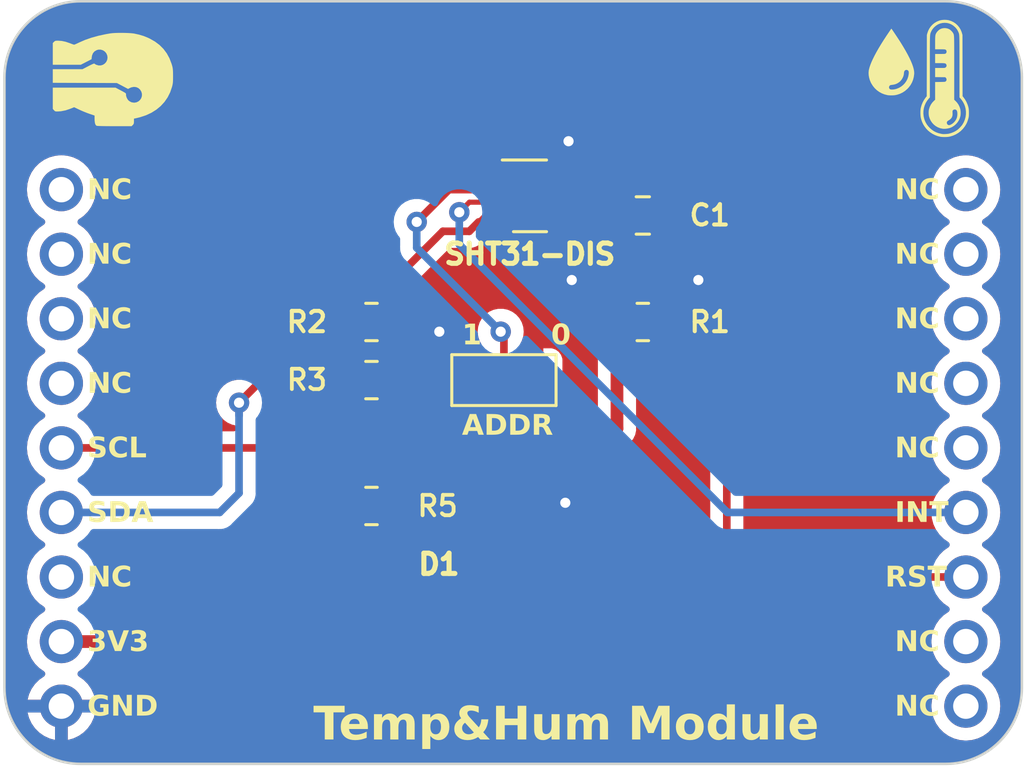
<source format=kicad_pcb>
(kicad_pcb (version 20221018) (generator pcbnew)
  (layers (0 "F.Cu" signal) (31 "B.Cu" signal) (34 "B.Paste" user) (35 "F.Paste" user) (36 "B.SilkS" user "B.Silkscreen") (37 "F.SilkS" user "F.Silkscreen") (38 "B.Mask" user) (39 "F.Mask" user) (44 "Edge.Cuts" user))
  (net 0 "")
  (net 1 "GND")
  (net 2 "RESET")
  (net 3 "SDA")
  (net 4 "SCL")
  (net 5 "INT")
  (net 8 "+3V3")
  (net 9 "Net-(D1-A)")
  (net 20 "ADDR")
  (footprint "Resistor_SMD:R_0805_2012Metric" (layer "F.Cu") (at 126.365 103.251 180)
    (fp_text reference "R2" (at 2.54 0) (layer "F.SilkS") (effects (font (size 0.8 0.8) (thickness 0.16) bold)))
    (fp_text value "10k" hide)
    (fp_line (start -0.227064 -0.735) (end 0.227064 -0.735) (stroke (width 0.12)) (layer "F.SilkS"))
    (fp_line (start -0.227064 0.735) (end 0.227064 0.735) (stroke (width 0.12)) (layer "F.SilkS"))
    (pad "1" smd roundrect (at -0.9125 0 180) (size 1.025 1.4) (layers "F.Cu" "F.Paste" "F.Mask") (roundrect_rratio 0.243902439) (net 8 "+3V3"))
    (pad "2" smd roundrect (at 0.9125 0 180) (size 1.025 1.4) (layers "F.Cu" "F.Paste" "F.Mask") (roundrect_rratio 0.243902439) (net 3 "SDA"))
  )
  (footprint "memin:AC" (layer "F.Cu") (at 116.205 93.7)
    (fp_text reference "G***" hide)
    (fp_text value "LOGO" hide)
    (fp_poly (pts (xy 0.465358 -1.821723) (xy 0.590367 -1.817459) (xy 0.702304 -1.810694) (xy 0.793938 -1.801489) (xy 0.833016 -1.795417) (xy 1.021471 -1.754263) (xy 1.191409 -1.703247) (xy 1.355371 -1.638288) (xy 1.445336 -1.596225) (xy 1.648931 -1.480805) (xy 1.827619 -1.346111) (xy 1.981822 -1.191629) (xy 2.111962 -1.016845) (xy 2.21846 -0.821245) (xy 2.30174 -0.604314) (xy 2.325219 -0.524218) (xy 2.337981 -0.472034) (xy 2.347094 -0.419678) (xy 2.353134 -0.360293) (xy 2.356676 -0.28702) (xy 2.358295 -0.193002) (xy 2.35858 -0.126368) (xy 2.358269 -0.021253) (xy 2.356561 0.059626) (xy 2.352767 0.123617) (xy 2.346201 0.178067) (xy 2.336174 0.230324) (xy 2.321998 0.287737) (xy 2.318653 0.300306) (xy 2.245226 0.515743) (xy 2.145577 0.714314) (xy 2.020793 0.895033) (xy 1.871962 1.056916) (xy 1.700172 1.198978) (xy 1.506509 1.320233) (xy 1.292062 1.419697) (xy 1.057918 1.496385) (xy 0.975405 1.51678) (xy 0.821393 1.551905) (xy 0.821393 1.653847) (xy 0.819853 1.711921) (xy 0.812921 1.749577) (xy 0.797133 1.77793) (xy 0.77522 1.801962) (xy 0.729047 1.848135) (xy 0.052552 1.847654) (xy -0.142614 1.847107) (xy -0.306248 1.845764) (xy -0.438396 1.843624) (xy -0.539107 1.840685) (xy -0.608431 1.836947) (xy -0.646414 1.832409) (xy -0.653066 1.830245) (xy -0.688765 1.792565) (xy -0.712601 1.72747) (xy -0.724804 1.634142) (xy -0.726642 1.568263) (xy -0.726667 1.42954) (xy -0.926383 1.361944) (xy -1.022673 1.327037) (xy -1.132754 1.28349) (xy -1.242334 1.237132) (xy -1.32818 1.198077) (xy -1.530262 1.101806) (xy -1.674118 1.160049) (xy -1.863324 1.224306) (xy -2.044717 1.260213) (xy -2.161274 1.268803) (xy -2.221628 1.269493) (xy -2.260009 1.266058) (xy -2.286009 1.255605) (xy -2.309223 1.235241) (xy -2.323183 1.219994) (xy -2.369403 1.168407) (xy -2.369403 0.750062) (xy -2.369403 0.331717) (xy -1.135986 0.331717) (xy 0.09743 0.331717) (xy 0.307139 0.442397) (xy 0.3881 0.485555) (xy 0.444874 0.517358) (xy 0.481447 0.54074) (xy 0.501806 0.558635) (xy 0.509937 0.573978) (xy 0.509829 0.589705) (xy 0.509527 0.591366) (xy 0.51118 0.644491) (xy 0.529704 0.709319) (xy 0.56054 0.774344) (xy 0.59913 0.828058) (xy 0.606178 0.835281) (xy 0.654713 0.871452) (xy 0.714296 0.901882) (xy 0.736141 0.909699) (xy 0.829895 0.923592) (xy 0.917558 0.910107) (xy 0.995431 0.873333) (xy 1.059814 0.81736) (xy 1.107008 0.746275) (xy 1.133313 0.664168) (xy 1.135029 0.575128) (xy 1.112866 0.493334) (xy 1.062233 0.408975) (xy 0.99317 0.347772) (xy 0.910351 0.311331) (xy 0.818446 0.301259) (xy 0.722129 0.319161) (xy 0.669888 0.341045) (xy 0.58901 0.381965) (xy 0.369536 0.266014) (xy 0.150062 0.150062) (xy -1.10967 0.145748) (xy -2.369403 0.141433) (xy -2.369403 -0.126734) (xy -2.369403 -0.3949) (xy -1.785168 -0.3949) (xy -1.200933 -0.3949) (xy -0.9727 -0.513524) (xy -0.874688 -0.563042) (xy -0.801895 -0.596643) (xy -0.754854 -0.614099) (xy -0.734104 -0.615185) (xy -0.733593 -0.614553) (xy -0.713429 -0.597695) (xy -0.675473 -0.575973) (xy -0.657535 -0.567359) (xy -0.566404 -0.541229) (xy -0.47774 -0.543101) (xy -0.39571 -0.56943) (xy -0.32448 -0.61667) (xy -0.268217 -0.681279) (xy -0.231088 -0.759709) (xy -0.21726 -0.848418) (xy -0.227859 -0.932883) (xy -0.265149 -1.019548) (xy -0.32426 -1.088868) (xy -0.399492 -1.137945) (xy -0.485147 -1.163882) (xy -0.575525 -1.16378) (xy -0.643979 -1.144457) (xy -0.728824 -1.094319) (xy -0.78926 -1.024593) (xy -0.825904 -0.9344) (xy -0.836598 -0.871414) (xy -0.845087 -0.787169) (xy -1.057305 -0.677913) (xy -1.269523 -0.568656) (xy -1.819463 -0.568656) (xy -2.369403 -0.568656) (xy -2.369403 -0.996364) (xy -2.369403 -1.424072) (xy -2.32323 -1.470245) (xy -2.296501 -1.494348) (xy -2.270104 -1.508174) (xy -2.234212 -1.514511) (xy -2.178996 -1.516143) (xy -2.161321 -1.516143) (xy -2.014194 -1.505503) (xy -1.862888 -1.473206) (xy -1.699967 -1.417644) (xy -1.692314 -1.4146) (xy -1.629207 -1.390221) (xy -1.575796 -1.371186) (xy -1.539755 -1.360153) (xy -1.530212 -1.358457) (xy -1.508392 -1.365118) (xy -1.464499 -1.383308) (xy -1.40467 -1.410338) (xy -1.335043 -1.443521) (xy -1.326822 -1.447542) (xy -1.103058 -1.54532) (xy -0.85271 -1.632645) (xy -0.579355 -1.708477) (xy -0.286564 -1.771779) (xy -0.102674 -1.803371) (xy -0.020772 -1.812536) (xy 0.084213 -1.818892) (xy 0.20505 -1.822501) (xy 0.334509 -1.823424)) (fill solid) (layer "F.SilkS"))
  )
  (footprint "Resistor_SMD:R_0805_2012Metric" (layer "F.Cu") (at 126.365 110.49 180)
    (fp_text reference "R5" (at -2.6 0) (layer "F.SilkS") (effects (font (size 0.8 0.8))))
    (fp_text value "470r" hide)
    (fp_line (start -0.227064 -0.735) (end 0.227064 -0.735) (stroke (width 0.12)) (layer "F.SilkS"))
    (fp_line (start -0.227064 0.735) (end 0.227064 0.735) (stroke (width 0.12)) (layer "F.SilkS"))
    (pad "1" smd roundrect (at -0.9125 0 180) (size 1.025 1.4) (layers "F.Cu" "F.Paste" "F.Mask") (roundrect_rratio 0.243902439) (net 9 "Net-(D1-A)"))
    (pad "2" smd roundrect (at 0.9125 0 180) (size 1.025 1.4) (layers "F.Cu" "F.Paste" "F.Mask") (roundrect_rratio 0.243902439) (net 8 "+3V3"))
  )
  (footprint "Resistor_SMD:R_0805_2012Metric" (layer "F.Cu") (at 126.365 105.537 180)
    (fp_text reference "R3" (at 2.54 0.01) (layer "F.SilkS") (effects (font (size 0.8 0.8))))
    (fp_text value "10k" hide)
    (fp_line (start -0.227064 -0.735) (end 0.227064 -0.735) (stroke (width 0.12)) (layer "F.SilkS"))
    (fp_line (start -0.227064 0.735) (end 0.227064 0.735) (stroke (width 0.12)) (layer "F.SilkS"))
    (pad "1" smd roundrect (at -0.9125 0 180) (size 1.025 1.4) (layers "F.Cu" "F.Paste" "F.Mask") (roundrect_rratio 0.243902439) (net 8 "+3V3"))
    (pad "2" smd roundrect (at 0.9125 0 180) (size 1.025 1.4) (layers "F.Cu" "F.Paste" "F.Mask") (roundrect_rratio 0.243902439) (net 4 "SCL"))
  )
  (footprint "Sensor_Humidity:Sensirion_DFN-8-1EP_2.5x2.5mm_P0.5mm_EP1.1x1.7mm" (layer "F.Cu") (at 132.597 98.288)
    (fp_text reference "U1" hide)
    (fp_text value "SHT31-DIS" (at -0.009 2.296) (layer "F.SilkS") (effects (font (size 0.8 0.8) (thickness 0.2) bold)))
    (fp_line (start -1.09 -1.41) (end 0.65 -1.41) (stroke (width 0.12)) (layer "F.SilkS"))
    (fp_line (start -0.65 1.41) (end 0.65 1.41) (stroke (width 0.12)) (layer "F.SilkS"))
    (pad "1" smd rect (at -1.175 -0.75) (size 0.55 0.25) (layers "F.Cu" "F.Paste" "F.Mask") (net 3 "SDA"))
    (pad "2" smd rect (at -1.175 -0.25) (size 0.55 0.25) (layers "F.Cu" "F.Paste" "F.Mask") (net 20 "ADDR"))
    (pad "3" smd rect (at -1.175 0.25) (size 0.55 0.25) (layers "F.Cu" "F.Paste" "F.Mask") (net 5 "INT"))
    (pad "4" smd rect (at -1.175 0.75 180) (size 0.55 0.25) (layers "F.Cu" "F.Paste" "F.Mask") (net 4 "SCL"))
    (pad "5" smd rect (at 1.175 0.75) (size 0.55 0.25) (layers "F.Cu" "F.Paste" "F.Mask") (net 8 "+3V3"))
    (pad "6" smd rect (at 1.175 0.25) (size 0.55 0.25) (layers "F.Cu" "F.Paste" "F.Mask") (net 2 "RESET"))
    (pad "7" smd rect (at 1.175 -0.25) (size 0.55 0.25) (layers "F.Cu" "F.Paste" "F.Mask") (net 1 "GND"))
    (pad "8" smd rect (at 1.175 -0.75) (size 0.55 0.25) (layers "F.Cu" "F.Paste" "F.Mask") (net 1 "GND"))
    (pad "9" smd custom (at 0 0) (size 1 1) (layers "F.Cu" "F.Mask") (net 1 "GND") (options (clearance outline) (anchor circle)) (primitives (gr_poly (pts (xy 0.5 0.85) (xy -0.5 0.85) (xy -0.5 -0.55) (xy -0.2 -0.85) (xy 0.5 -0.85)) (width 0) (fill yes))))
  )
  (footprint "Resistor_SMD:R_0805_2012Metric" (layer "F.Cu") (at 137.033 103.251)
    (fp_text reference "R1" (at 2.632 0) (layer "F.SilkS") (effects (font (size 0.8 0.8) (thickness 0.16) bold)))
    (fp_text value "10k" hide)
    (fp_line (start -0.227064 -0.735) (end 0.227064 -0.735) (stroke (width 0.12)) (layer "F.SilkS"))
    (fp_line (start -0.227064 0.735) (end 0.227064 0.735) (stroke (width 0.12)) (layer "F.SilkS"))
    (pad "1" smd roundrect (at -0.9125 0) (size 1.025 1.4) (layers "F.Cu" "F.Paste" "F.Mask") (roundrect_rratio 0.243902439) (net 8 "+3V3"))
    (pad "2" smd roundrect (at 0.9125 0) (size 1.025 1.4) (layers "F.Cu" "F.Paste" "F.Mask") (roundrect_rratio 0.243902439) (net 2 "RESET"))
  )
  (footprint "Capacitor_SMD:C_0805_2012Metric" (layer "F.Cu") (at 137.033 99.06)
    (fp_text reference "C1" (at 2.632 -0.006) (layer "F.SilkS") (effects (font (size 0.8 0.8) (thickness 0.16) bold)))
    (fp_text value "0.1uF" hide)
    (fp_line (start -0.261252 -0.735) (end 0.261252 -0.735) (stroke (width 0.12)) (layer "F.SilkS"))
    (fp_line (start -0.261252 0.735) (end 0.261252 0.735) (stroke (width 0.12)) (layer "F.SilkS"))
    (pad "1" smd roundrect (at -0.95 0) (size 1 1.45) (layers "F.Cu" "F.Paste" "F.Mask") (net 8 "+3V3"))
    (pad "2" smd roundrect (at 0.95 0) (size 1 1.45) (layers "F.Cu" "F.Paste" "F.Mask") (net 1 "GND"))
  )
  (footprint "Moduler_:pin_header" (layer "F.Cu") (at 131.953 118.364)
    (fp_text reference "U3" hide)
    (fp_text value "~")
    (fp_text user "NC" (at -16.764 -19.812 unlocked) (layer "F.SilkS") (effects (font (size 0.8 0.8) (thickness 0.2) bold) (justify left bottom)))
    (fp_text user "RST" (at 14.605 -4.572 unlocked) (layer "F.SilkS") (effects (font (size 0.8 0.8) (thickness 0.2) bold) (justify left bottom)))
    (fp_text user "SCL" (at -16.764 -9.652 unlocked) (layer "F.SilkS") (effects (font (size 0.8 0.8) (thickness 0.2) bold) (justify left bottom)))
    (fp_text user "NC" (at -16.764 -14.732 unlocked) (layer "F.SilkS") (effects (font (size 0.8 0.8) (thickness 0.2) bold) (justify left bottom)))
    (fp_text user "NC" (at 14.986 -19.812 unlocked) (layer "F.SilkS") (effects (font (size 0.8 0.8) (thickness 0.2) bold) (justify left bottom)))
    (fp_text user "NC" (at 14.986 -12.192 unlocked) (layer "F.SilkS") (effects (font (size 0.8 0.8) (thickness 0.2) bold) (justify left bottom)))
    (fp_text user "NC" (at 14.986 -17.272 unlocked) (layer "F.SilkS") (effects (font (size 0.8 0.8) (thickness 0.2) bold) (justify left bottom)))
    (fp_text user "NC" (at -16.764 -4.572 unlocked) (layer "F.SilkS") (effects (font (size 0.8 0.8) (thickness 0.2) bold) (justify left bottom)))
    (fp_text user "INT" (at 14.986 -7.112 unlocked) (layer "F.SilkS") (effects (font (size 0.8 0.8) (thickness 0.2) bold) (justify left bottom)))
    (fp_text user "NC" (at -16.764 -12.192 unlocked) (layer "F.SilkS") (effects (font (size 0.8 0.8) (thickness 0.2) bold) (justify left bottom)))
    (fp_text user "GND" (at -16.764 0.508 unlocked) (layer "F.SilkS") (effects (font (size 0.8 0.8) (thickness 0.2) bold) (justify left bottom)))
    (fp_text user "3V3" (at -16.764 -2.032 unlocked) (layer "F.SilkS") (effects (font (size 0.8 0.8) (thickness 0.2) bold) (justify left bottom)))
    (fp_text user "NC" (at 14.986 0.508 unlocked) (layer "F.SilkS") (effects (font (size 0.8 0.8) (thickness 0.2) bold) (justify left bottom)))
    (fp_text user "SDA" (at -16.764 -7.112 unlocked) (layer "F.SilkS") (effects (font (size 0.8 0.8) (thickness 0.2) bold) (justify left bottom)))
    (fp_text user "NC" (at 14.986 -2.032 unlocked) (layer "F.SilkS") (effects (font (size 0.8 0.8) (thickness 0.2) bold) (justify left bottom)))
    (fp_text user "NC" (at 14.986 -9.652 unlocked) (layer "F.SilkS") (effects (font (size 0.8 0.8) (thickness 0.2) bold) (justify left bottom)))
    (fp_text user "NC" (at -16.764 -17.272 unlocked) (layer "F.SilkS") (effects (font (size 0.8 0.8) (thickness 0.2) bold) (justify left bottom)))
    (fp_text user "NC" (at 14.986 -14.732 unlocked) (layer "F.SilkS") (effects (font (size 0.8 0.8) (thickness 0.2) bold) (justify left bottom)))
    (pad "1" thru_hole oval (at -17.78 -20.32) (size 1.7 1.7) (drill 1) (layers "*.Cu" "*.Mask"))
    (pad "2" thru_hole oval (at -17.78 -17.78) (size 1.7 1.7) (drill 1) (layers "*.Cu" "*.Mask"))
    (pad "3" thru_hole oval (at -17.78 -15.24) (size 1.7 1.7) (drill 1) (layers "*.Cu" "*.Mask"))
    (pad "4" thru_hole oval (at -17.78 -12.7) (size 1.7 1.7) (drill 1) (layers "*.Cu" "*.Mask"))
    (pad "5" thru_hole oval (at -17.78 -10.16) (size 1.7 1.7) (drill 1) (layers "*.Cu" "*.Mask") (net 4 "SCL"))
    (pad "6" thru_hole oval (at -17.78 -7.62) (size 1.7 1.7) (drill 1) (layers "*.Cu" "*.Mask") (net 3 "SDA"))
    (pad "7" thru_hole oval (at -17.78 -5.08) (size 1.7 1.7) (drill 1) (layers "*.Cu" "*.Mask"))
    (pad "8" thru_hole oval (at -17.78 -2.54) (size 1.7 1.7) (drill 1) (layers "*.Cu" "*.Mask") (net 8 "+3V3"))
    (pad "9" thru_hole oval (at -17.78 0) (size 1.7 1.7) (drill 1) (layers "*.Cu" "*.Mask") (net 1 "GND"))
    (pad "10" thru_hole oval (at 17.78 0) (size 1.7 1.7) (drill 1) (layers "*.Cu" "*.Mask"))
    (pad "11" thru_hole oval (at 17.78 -2.54) (size 1.7 1.7) (drill 1) (layers "*.Cu" "*.Mask"))
    (pad "12" thru_hole oval (at 17.78 -5.08) (size 1.7 1.7) (drill 1) (layers "*.Cu" "*.Mask") (net 2 "RESET"))
    (pad "13" thru_hole oval (at 17.78 -7.62) (size 1.7 1.7) (drill 1) (layers "*.Cu" "*.Mask") (net 5 "INT"))
    (pad "14" thru_hole oval (at 17.78 -10.16) (size 1.7 1.7) (drill 1) (layers "*.Cu" "*.Mask"))
    (pad "15" thru_hole oval (at 17.78 -12.7) (size 1.7 1.7) (drill 1) (layers "*.Cu" "*.Mask"))
    (pad "16" thru_hole oval (at 17.78 -15.24) (size 1.7 1.7) (drill 1) (layers "*.Cu" "*.Mask"))
    (pad "17" thru_hole oval (at 17.78 -17.78) (size 1.7 1.7) (drill 1) (layers "*.Cu" "*.Mask"))
    (pad "18" thru_hole oval (at 17.78 -20.32) (size 1.7 1.7) (drill 1) (layers "*.Cu" "*.Mask"))
  )
  (footprint "memin:SHT_31" (layer "F.Cu") (at 147.828 93.472)
    (fp_text reference "G***" hide)
    (fp_text value "LOGO" hide)
    (fp_poly (pts (xy -1.009769 -1.745052) (xy -0.99695 -1.727502) (xy -0.977017 -1.698934) (xy -0.951185 -1.661181) (xy -0.920674 -1.616075) (xy -0.886699 -1.565447) (xy -0.850479 -1.511132) (xy -0.813231 -1.454959) (xy -0.776173 -1.398763) (xy -0.740521 -1.344375) (xy -0.707493 -1.293627) (xy -0.678307 -1.248351) (xy -0.654179 -1.210381) (xy -0.648627 -1.201517) (xy -0.548326 -1.03739) (xy -0.458864 -0.883842) (xy -0.380168 -0.740703) (xy -0.312166 -0.607807) (xy -0.254787 -0.484983) (xy -0.207957 -0.372064) (xy -0.171604 -0.268881) (xy -0.145657 -0.175265) (xy -0.130042 -0.091048) (xy -0.124689 -0.016062) (xy -0.125853 0.018233) (xy -0.141781 0.139333) (xy -0.171154 0.253118) (xy -0.214026 0.35971) (xy -0.270452 0.459229) (xy -0.340487 0.551798) (xy -0.394762 0.609706) (xy -0.483662 0.68676) (xy -0.580112 0.750539) (xy -0.683639 0.800798) (xy -0.793769 0.837293) (xy -0.868251 0.853446) (xy -0.919923 0.859925) (xy -0.980335 0.863489) (xy -1.044065 0.864131) (xy -1.105693 0.861845) (xy -1.159798 0.856625) (xy -1.17746 0.853833) (xy -1.291634 0.825561) (xy -1.399583 0.78363) (xy -1.50035 0.728761) (xy -1.592982 0.661675) (xy -1.676523 0.583093) (xy -1.70971 0.542743) (xy -1.116451 0.542743) (xy -1.11207 0.575746) (xy -1.095875 0.604868) (xy -1.076492 0.62171) (xy -1.051464 0.630803) (xy -1.015143 0.634953) (xy -0.970668 0.634355) (xy -0.921175 0.629201) (xy -0.869801 0.619683) (xy -0.819683 0.605996) (xy -0.819355 0.60589) (xy -0.724989 0.567512) (xy -0.638601 0.516904) (xy -0.561157 0.455268) (xy -0.49362 0.383808) (xy -0.436959 0.303728) (xy -0.392136 0.216231) (xy -0.360119 0.122522) (xy -0.341873 0.023803) (xy -0.340398 0.008806) (xy -0.338594 -0.038842) (xy -0.342553 -0.073439) (xy -0.344234 -0.079329) (xy -0.361766 -0.109635) (xy -0.389498 -0.13058) (xy -0.423964 -0.13972) (xy -0.43016 -0.139924) (xy -0.465561 -0.133036) (xy -0.494248 -0.113441) (xy -0.514959 -0.082745) (xy -0.526432 -0.042552) (xy -0.528357 -0.01501) (xy -0.535189 0.050341) (xy -0.554521 0.118173) (xy -0.584664 0.18521) (xy -0.623927 0.248175) (xy -0.670621 0.303791) (xy -0.711624 0.340355) (xy -0.777819 0.384829) (xy -0.846355 0.417239) (xy -0.920918 0.439006) (xy -0.9983 0.450883) (xy -1.032143 0.454799) (xy -1.054807 0.459205) (xy -1.070405 0.465428) (xy -1.08305 0.474797) (xy -1.088508 0.480029) (xy -1.108703 0.509592) (xy -1.116451 0.542743) (xy -1.70971 0.542743) (xy -1.750018 0.493736) (xy -1.812513 0.394324) (xy -1.829461 0.361665) (xy -1.869879 0.26612) (xy -1.898692 0.167583) (xy -1.915511 0.068564) (xy -1.919947 -0.028426) (xy -1.911612 -0.120878) (xy -1.907527 -0.142796) (xy -1.884415 -0.233597) (xy -1.850582 -0.334858) (xy -1.806197 -0.446267) (xy -1.751425 -0.567514) (xy -1.686435 -0.698286) (xy -1.611393 -0.838273) (xy -1.526467 -0.987162) (xy -1.431823 -1.144643) (xy -1.327628 -1.310403) (xy -1.214049 -1.484132) (xy -1.091254 -1.665519) (xy -1.089219 -1.668476) (xy -1.02393 -1.763332)) (fill solid) (layer "F.SilkS"))
    (fp_poly (pts (xy 1.134845 -2.106789) (xy 1.208663 -2.097478) (xy 1.235168 -2.091796) (xy 1.333408 -2.060085) (xy 1.424567 -2.015304) (xy 1.50763 -1.958446) (xy 1.581583 -1.890504) (xy 1.645412 -1.812472) (xy 1.698101 -1.725342) (xy 1.738636 -1.630107) (xy 1.752442 -1.585594) (xy 1.772679 -1.512361) (xy 1.774796 -0.307144) (xy 1.776913 0.898073) (xy 1.806213 0.933374) (xy 1.873486 1.025429) (xy 1.930477 1.126173) (xy 1.974901 1.231456) (xy 1.982008 1.252481) (xy 1.997919 1.304585) (xy 2.009539 1.351014) (xy 2.017469 1.396037) (xy 2.022312 1.443923) (xy 2.024671 1.498942) (xy 2.025167 1.558305) (xy 2.02483 1.608787) (xy 2.02378 1.647829) (xy 2.021626 1.679305) (xy 2.017981 1.707086) (xy 2.012456 1.735045) (xy 2.004661 1.767054) (xy 2.003913 1.769962) (xy 1.979835 1.853166) (xy 1.952413 1.926349) (xy 1.919283 1.994777) (xy 1.878079 2.063713) (xy 1.85928 2.091917) (xy 1.787219 2.184032) (xy 1.704017 2.2666) (xy 1.611252 2.338603) (xy 1.510504 2.399028) (xy 1.403349 2.446856) (xy 1.291365 2.481074) (xy 1.237567 2.492156) (xy 1.187989 2.498365) (xy 1.128679 2.501992) (xy 1.064721 2.503044) (xy 1.001198 2.501529) (xy 0.943192 2.497452) (xy 0.900502 2.491707) (xy 0.795095 2.465648) (xy 0.691301 2.426503) (xy 0.591602 2.375722) (xy 0.498476 2.314758) (xy 0.414403 2.24506) (xy 0.341863 2.168081) (xy 0.3367 2.161736) (xy 0.273951 2.07714) (xy 0.223507 1.993585) (xy 0.183282 1.90688) (xy 0.151189 1.812829) (xy 0.137415 1.76123) (xy 0.128019 1.710184) (xy 0.121639 1.648595) (xy 0.118394 1.582338) (xy 0.23479 1.582338) (xy 0.24575 1.689954) (xy 0.271005 1.795532) (xy 0.281332 1.826319) (xy 0.320993 1.920186) (xy 0.370074 2.005141) (xy 0.430644 2.084349) (xy 0.492534 2.149355) (xy 0.570389 2.217185) (xy 0.651003 2.272559) (xy 0.736724 2.316582) (xy 0.8299 2.350362) (xy 0.932877 2.375006) (xy 0.991649 2.384659) (xy 1.018262 2.386468) (xy 1.05561 2.386449) (xy 1.099251 2.384856) (xy 1.144749 2.381941) (xy 1.187662 2.377957) (xy 1.223552 2.373157) (xy 1.23669 2.370701) (xy 1.324845 2.346619) (xy 1.412145 2.312995) (xy 1.494095 2.27185) (xy 1.566203 2.225209) (xy 1.575483 2.218181) (xy 1.612765 2.186689) (xy 1.653706 2.147761) (xy 1.694558 2.105327) (xy 1.731574 2.063319) (xy 1.761009 2.025668) (xy 1.766502 2.017757) (xy 1.822335 1.921363) (xy 1.864615 1.819104) (xy 1.893122 1.712591) (xy 1.907636 1.603433) (xy 1.907936 1.49324) (xy 1.893802 1.383622) (xy 1.867187 1.282635) (xy 1.834582 1.201914) (xy 1.791199 1.120509) (xy 1.740272 1.04392) (xy 1.692833 0.986019) (xy 1.654024 0.943556) (xy 1.653892 -0.265258) (xy 1.653879 -0.427563) (xy 1.653863 -0.575294) (xy 1.653823 -0.70919) (xy 1.653735 -0.829993) (xy 1.653578 -0.938442) (xy 1.653329 -1.035278) (xy 1.652966 -1.121241) (xy 1.652468 -1.197073) (xy 1.651811 -1.263513) (xy 1.650974 -1.321301) (xy 1.649935 -1.371179) (xy 1.648671 -1.413886) (xy 1.64716 -1.450164) (xy 1.64538 -1.480751) (xy 1.643309 -1.50639) (xy 1.640925 -1.52782) (xy 1.638204 -1.545781) (xy 1.635127 -1.561015) (xy 1.631669 -1.574261) (xy 1.627809 -1.58626) (xy 1.623525 -1.597752) (xy 1.618794 -1.609478) (xy 1.613595 -1.622178) (xy 1.613212 -1.623124) (xy 1.584346 -1.685172) (xy 1.549838 -1.740047) (xy 1.506202 -1.792924) (xy 1.481588 -1.818519) (xy 1.408585 -1.881687) (xy 1.330273 -1.93049) (xy 1.246641 -1.964932) (xy 1.157681 -1.985018) (xy 1.074468 -1.990823) (xy 0.980075 -1.983852) (xy 0.891062 -1.962545) (xy 0.807492 -1.926928) (xy 0.729428 -1.877028) (xy 0.662518 -1.818519) (xy 0.613396 -1.764795) (xy 0.575039 -1.711502) (xy 0.543959 -1.653465) (xy 0.530894 -1.623124) (xy 0.525661 -1.610328) (xy 0.520898 -1.598558) (xy 0.516583 -1.587073) (xy 0.512694 -1.575134) (xy 0.509209 -1.562) (xy 0.506105 -1.54693) (xy 0.503361 -1.529184) (xy 0.500953 -1.508021) (xy 0.498861 -1.482702) (xy 0.497061 -1.452486) (xy 0.495532 -1.416631) (xy 0.494252 -1.374399) (xy 0.493197 -1.325048) (xy 0.492347 -1.267839) (xy 0.491678 -1.20203) (xy 0.49117 -1.126881) (xy 0.490798 -1.041652) (xy 0.490542 -0.945602) (xy 0.490379 -0.837992) (xy 0.490287 -0.71808) (xy 0.490244 -0.585126) (xy 0.490228 -0.43839) (xy 0.490215 -0.277131) (xy 0.490214 -0.265258) (xy 0.490081 0.943556) (xy 0.450476 0.986746) (xy 0.382693 1.071755) (xy 0.327198 1.164677) (xy 0.284327 1.263855) (xy 0.254412 1.36763) (xy 0.237788 1.474344) (xy 0.23479 1.582338) (xy 0.118394 1.582338) (xy 0.118326 1.580944) (xy 0.118131 1.511712) (xy 0.121104 1.445382) (xy 0.127297 1.386436) (xy 0.132815 1.355381) (xy 0.163815 1.24545) (xy 0.207956 1.138003) (xy 0.263551 1.036621) (xy 0.323086 0.952129) (xy 0.367194 0.896624) (xy 0.369484 -0.307868) (xy 0.371775 -1.512361) (xy 0.38882 -1.576055) (xy 0.422718 -1.674637) (xy 0.469172 -1.765921) (xy 0.527111 -1.848842) (xy 0.595466 -1.922337) (xy 0.673164 -1.985341) (xy 0.759135 -2.03679) (xy 0.852309 -2.075619) (xy 0.907416 -2.091499) (xy 0.978156 -2.103794) (xy 1.055987 -2.108892)) (fill solid) (layer "F.SilkS"))
    (fp_poly (pts (xy 1.120302 -1.780719) (xy 1.191557 -1.765083) (xy 1.251431 -1.73999) (xy 1.286521 -1.71671) (xy 1.324228 -1.684309) (xy 1.360092 -1.647247) (xy 1.389652 -1.609985) (xy 1.403058 -1.588363) (xy 1.408692 -1.578071) (xy 1.413826 -1.568797) (xy 1.418485 -1.55982) (xy 1.422692 -1.550425) (xy 1.426468 -1.539893) (xy 1.429839 -1.527507) (xy 1.432826 -1.512549) (xy 1.435452 -1.494301) (xy 1.437741 -1.472046) (xy 1.439716 -1.445066) (xy 1.4414 -1.412643) (xy 1.442815 -1.37406) (xy 1.443986 -1.328599) (xy 1.444934 -1.275543) (xy 1.445683 -1.214173) (xy 1.446256 -1.143772) (xy 1.446676 -1.063623) (xy 1.446967 -0.973008) (xy 1.44715 -0.871208) (xy 1.44725 -0.757507) (xy 1.447289 -0.631187) (xy 1.44729 -0.491529) (xy 1.447277 -0.337818) (xy 1.447271 -0.211787) (xy 1.447271 1.035795) (xy 1.497326 1.081661) (xy 1.562428 1.151514) (xy 1.616834 1.231329) (xy 1.659306 1.319026) (xy 1.684919 1.397498) (xy 1.69482 1.45062) (xy 1.700251 1.512422) (xy 1.701042 1.576884) (xy 1.697028 1.637989) (xy 1.692465 1.66934) (xy 1.668617 1.757789) (xy 1.63099 1.842243) (xy 1.580949 1.920958) (xy 1.519865 1.99219) (xy 1.449104 2.054196) (xy 1.370035 2.105232) (xy 1.337598 2.12162) (xy 1.271263 2.146854) (xy 1.196612 2.165474) (xy 1.118929 2.176671) (xy 1.043494 2.179634) (xy 0.987243 2.175381) (xy 0.892336 2.154568) (xy 0.80322 2.120199) (xy 0.721055 2.073312) (xy 0.647 2.014949) (xy 0.582213 1.94615) (xy 0.577324 1.939118) (xy 1.156286 1.939118) (xy 1.162787 1.976154) (xy 1.181044 2.006417) (xy 1.205666 2.02502) (xy 1.227413 2.0335) (xy 1.248482 2.035519) (xy 1.272713 2.030535) (xy 1.303945 2.018011) (xy 1.32418 2.008362) (xy 1.383237 1.971837) (xy 1.43816 1.923679) (xy 1.48629 1.867088) (xy 1.524971 1.80527) (xy 1.551543 1.741425) (xy 1.554665 1.7306) (xy 1.565187 1.679613) (xy 1.57078 1.625884) (xy 1.571521 1.573055) (xy 1.567488 1.52477) (xy 1.558759 1.484671) (xy 1.548944 1.461763) (xy 1.525292 1.435505) (xy 1.494229 1.420574) (xy 1.45954 1.41785) (xy 1.425014 1.428213) (xy 1.419044 1.431575) (xy 1.400615 1.444624) (xy 1.388608 1.459139) (xy 1.382058 1.478352) (xy 1.379995 1.505491) (xy 1.381453 1.543787) (xy 1.382192 1.554614) (xy 1.383093 1.618613) (xy 1.375356 1.67272) (xy 1.358357 1.720095) (xy 1.344502 1.744953) (xy 1.315105 1.781743) (xy 1.276073 1.816776) (xy 1.232797 1.84532) (xy 1.226234 1.848769) (xy 1.189548 1.871859) (xy 1.166884 1.897507) (xy 1.156975 1.927348) (xy 1.156286 1.939118) (xy 0.577324 1.939118) (xy 0.527854 1.867956) (xy 0.485083 1.781406) (xy 0.458346 1.700685) (xy 0.448523 1.647889) (xy 0.44335 1.586298) (xy 0.442885 1.521728) (xy 0.447186 1.459995) (xy 0.455458 1.410466) (xy 0.484691 1.317722) (xy 0.527255 1.230506) (xy 0.581906 1.150979) (xy 0.643255 1.085097) (xy 0.696834 1.035491) (xy 0.696834 0.686791) (xy 0.696834 0.338092) (xy 0.890544 0.335597) (xy 0.95123 0.334706) (xy 0.998521 0.33369) (xy 1.034339 0.332406) (xy 1.060605 0.33071) (xy 1.079238 0.328461) (xy 1.09216 0.325513) (xy 1.101292 0.321725) (xy 1.104795 0.319629) (xy 1.130685 0.29442) (xy 1.144605 0.262871) (xy 1.146216 0.228604) (xy 1.135184 0.19524) (xy 1.118432 0.173009) (xy 1.094757 0.149321) (xy 0.895796 0.147044) (xy 0.696834 0.144768) (xy 0.696834 -0.034822) (xy 0.696834 -0.214411) (xy 0.88714 -0.214411) (xy 0.946085 -0.214457) (xy 0.991738 -0.214705) (xy 1.026126 -0.215318) (xy 1.05127 -0.21646) (xy 1.069196 -0.218294) (xy 1.081928 -0.220983) (xy 1.09149 -0.224691) (xy 1.099906 -0.229581) (xy 1.103353 -0.23187) (xy 1.131754 -0.25863) (xy 1.146389 -0.290119) (xy 1.146792 -0.32417) (xy 1.132495 -0.358615) (xy 1.131133 -0.360686) (xy 1.12138 -0.373564) (xy 1.110188 -0.383694) (xy 1.095689 -0.391408) (xy 1.076015 -0.397036) (xy 1.049297 -0.400909) (xy 1.013669 -0.403359) (xy 0.967262 -0.404717) (xy 0.908207 -0.405313) (xy 0.8787 -0.405417) (xy 0.696834 -0.405849) (xy 0.696834 -0.585801) (xy 0.696834 -0.765752) (xy 0.888653 -0.765752) (xy 0.950636 -0.765909) (xy 0.99916 -0.766446) (xy 1.036077 -0.767465) (xy 1.063239 -0.769064) (xy 1.082499 -0.771346) (xy 1.09571 -0.774409) (xy 1.102934 -0.777368) (xy 1.12801 -0.79826) (xy 1.143368 -0.827462) (xy 1.147987 -0.860679) (xy 1.140845 -0.893617) (xy 1.133724 -0.9069) (xy 1.125078 -0.919214) (xy 1.116018 -0.928861) (xy 1.104657 -0.936167) (xy 1.089106 -0.941463) (xy 1.067476 -0.945076) (xy 1.03788 -0.947335) (xy 0.998428 -0.948568) (xy 0.947233 -0.949104) (xy 0.890187 -0.949262) (xy 0.696834 -0.949533) (xy 0.696834 -1.204451) (xy 0.696977 -1.281647) (xy 0.697546 -1.345376) (xy 0.698754 -1.397484) (xy 0.700814 -1.439818) (xy 0.703939 -1.474224) (xy 0.708341 -1.502548) (xy 0.714233 -1.526636) (xy 0.721827 -1.548336) (xy 0.731336 -1.569494) (xy 0.741047 -1.588363) (xy 0.764327 -1.623453) (xy 0.796728 -1.66116) (xy 0.83379 -1.697023) (xy 0.871052 -1.726583) (xy 0.892674 -1.73999) (xy 0.923499 -1.754156) (xy 0.958827 -1.767191) (xy 0.976602 -1.772465) (xy 1.047315 -1.783337)) (fill solid) (layer "F.SilkS"))
  )
  (footprint "LED_SMD:LED_0805_2012Metric" (layer "F.Cu") (at 126.365 112.784)
    (fp_text reference "D1" (at 2.65 0) (layer "F.SilkS") (effects (font (size 0.8 0.8) (thickness 0.2) bold)))
    (fp_text value "LED" hide)
    (pad "1" smd roundrect (at -0.9375 0) (size 0.975 1.4) (layers "F.Cu" "F.Paste" "F.Mask") (net 1 "GND"))
    (pad "2" smd roundrect (at 0.9375 0) (size 0.975 1.4) (layers "F.Cu" "F.Paste" "F.Mask") (net 9 "Net-(D1-A)"))
  )
  (footprint "Jumper:SolderJumper-3_P1.3mm_Open_Pad1.0x1.5mm" (layer "F.Cu") (at 131.572 105.537)
    (fp_text reference "JP2" hide)
    (fp_text value "Jumper_3_Open" hide)
    (fp_line (start -2.05 -1) (end 2.05 -1) (stroke (width 0.12)) (layer "F.SilkS"))
    (fp_line (start -2.05 1) (end -2.05 -1) (stroke (width 0.12)) (layer "F.SilkS"))
    (fp_line (start 2.05 -1) (end 2.05 1) (stroke (width 0.12)) (layer "F.SilkS"))
    (fp_line (start 2.05 1) (end -2.05 1) (stroke (width 0.12)) (layer "F.SilkS"))
    (pad "1" smd rect (at -1.3 0) (size 1 1.5) (layers "F.Cu" "F.Mask") (net 8 "+3V3"))
    (pad "2" smd rect (at 0 0) (size 1 1.5) (layers "F.Cu" "F.Mask") (net 20 "ADDR"))
    (pad "3" smd rect (at 1.3 0) (size 1 1.5) (layers "F.Cu" "F.Mask") (net 1 "GND"))
  )
  (gr_poly (pts (xy 111.939525 93.477888) (xy 111.951104 93.3256) (xy 111.970173 93.175526) (xy 111.996543 93.027854) (xy 112.030025 92.882774) (xy 112.070432 92.740473) (xy 112.117574 92.60114) (xy 112.171264 92.464963) (xy 112.231313 92.332131) (xy 112.297532 92.202832) (xy 112.369733 92.077255) (xy 112.447728 91.955587) (xy 112.531329 91.838018) (xy 112.620346 91.724736) (xy 112.714592 91.615928) (xy 112.813878 91.511785) (xy 112.918016 91.412493) (xy 113.026818 91.318242) (xy 113.140094 91.229219) (xy 113.257657 91.145614) (xy 113.379317 91.067614) (xy 113.504888 90.995409) (xy 113.63418 90.929186) (xy 113.767005 90.869134) (xy 113.903174 90.815441) (xy 114.0425 90.768296) (xy 114.184793 90.727887) (xy 114.329866 90.694403) (xy 114.477529 90.668032) (xy 114.627595 90.648962) (xy 114.779875 90.637381) (xy 114.934181 90.63348) (xy 148.937832 90.63348) (xy 149.092137 90.637381) (xy 149.244417 90.648962) (xy 149.394483 90.668032) (xy 149.542146 90.694403) (xy 149.687219 90.727887) (xy 149.829512 90.768296) (xy 149.968837 90.815441) (xy 150.105006 90.869134) (xy 150.237831 90.929186) (xy 150.367123 90.995409) (xy 150.492694 91.067614) (xy 150.614355 91.145614) (xy 150.731917 91.229219) (xy 150.845194 91.318242) (xy 150.953995 91.412493) (xy 151.058133 91.511785) (xy 151.157419 91.615928) (xy 151.251665 91.724736) (xy 151.340683 91.838018) (xy 151.424284 91.955587) (xy 151.502279 92.077255) (xy 151.57448 92.202832) (xy 151.6407 92.332131) (xy 151.700748 92.464963) (xy 151.754438 92.60114) (xy 151.801581 92.740473) (xy 151.841987 92.882774) (xy 151.87547 93.027854) (xy 151.90184 93.175526) (xy 151.920909 93.3256) (xy 151.932488 93.477888) (xy 151.93639 93.632202) (xy 151.93639 117.636094) (xy 151.932488 117.790408) (xy 151.920909 117.942696) (xy 151.90184 118.09277) (xy 151.87547 118.240441) (xy 151.841987 118.385522) (xy 151.801581 118.527822) (xy 151.754438 118.667155) (xy 151.700748 118.803332) (xy 151.6407 118.936164) (xy 151.57448 119.065463) (xy 151.502279 119.191041) (xy 151.424284 119.312708) (xy 151.340683 119.430278) (xy 151.251665 119.54356) (xy 151.157419 119.652367) (xy 151.058133 119.756511) (xy 150.953995 119.855803) (xy 150.845194 119.950054) (xy 150.731917 120.039077) (xy 150.614355 120.122682) (xy 150.492694 120.200681) (xy 150.367123 120.272887) (xy 150.237831 120.33911) (xy 150.105006 120.399162) (xy 149.968837 120.452855) (xy 149.829512 120.5) (xy 149.687219 120.540409) (xy 149.542146 120.573893) (xy 149.394483 120.600265) (xy 149.244417 120.619334) (xy 149.092137 120.630915) (xy 148.937832 120.634817) (xy 114.934181 120.634817) (xy 114.779875 120.630915) (xy 114.627595 120.619334) (xy 114.477529 120.600265) (xy 114.329866 120.573893) (xy 114.184793 120.540409) (xy 114.0425 120.5) (xy 113.903174 120.452855) (xy 113.767005 120.399162) (xy 113.63418 120.33911) (xy 113.504888 120.272887) (xy 113.379317 120.200681) (xy 113.257657 120.122682) (xy 113.140094 120.039077) (xy 113.026818 119.950054) (xy 112.918016 119.855803) (xy 112.813878 119.756511) (xy 112.714592 119.652367) (xy 112.620346 119.54356) (xy 112.531329 119.430278) (xy 112.447728 119.312708) (xy 112.369733 119.191041) (xy 112.297532 119.065463) (xy 112.231313 118.936164) (xy 112.171264 118.803332) (xy 112.117574 118.667155) (xy 112.070432 118.527822) (xy 112.030025 118.385522) (xy 111.996543 118.240441) (xy 111.970173 118.09277) (xy 111.951104 117.942696) (xy 111.939525 117.790408) (xy 111.935623 117.636094) (xy 111.935623 93.632202)) (stroke (width 0.1)) (fill none) (layer "Edge.Cuts"))
  (gr_text "1       0" (at 129.921 104.267) (layer "F.SilkS") (effects (font (size 0.8 0.8) (thickness 0.2) bold) (justify left bottom)))
  (gr_text "Temp&Hum Module" (at 124.079 119.896) (layer "F.SilkS") (effects (font (size 1.3 1.3) (thickness 0.3) bold) (justify left bottom)))
  (gr_text "ADDR" (at 129.921 107.823) (layer "F.SilkS") (effects (font (size 0.8 0.8) (thickness 0.2) bold) (justify left bottom)))
  (segment (start 133.772 97.538) (end 133.772 96.479) (width 0.2) (layer "F.Cu") (net 1))
  (segment (start 133.772 97.538) (end 133.772 98.038) (width 0.2) (layer "F.Cu") (net 1))
  (segment (start 132.847 98.038) (end 132.597 98.288) (width 0.2) (layer "F.Cu") (net 1))
  (segment (start 133.772 96.479) (end 134.112 96.139) (width 0.2) (layer "F.Cu") (net 1))
  (segment (start 133.772 98.038) (end 132.847 98.038) (width 0.2) (layer "F.Cu") (net 1))
  (via (at 129.032 103.632) (size 0.8) (drill 0.4) (layers "F.Cu" "B.Cu") (net 1))
  (via (at 134.239 101.6) (size 0.8) (drill 0.4) (layers "F.Cu" "B.Cu") (net 1))
  (via (at 134.112 96.139) (size 0.8) (drill 0.4) (layers "F.Cu" "B.Cu") (net 1))
  (via (at 139.2155 101.6) (size 0.8) (drill 0.4) (layers "F.Cu" "B.Cu") (net 1))
  (via (at 133.985 110.363) (size 0.8) (drill 0.4) (layers "F.Cu" "B.Cu") (net 1))
  (segment (start 140.335 98.171) (end 139.7 97.536) (width 0.3) (layer "F.Cu") (net 2))
  (segment (start 137.7715 103.251) (end 137.7715 103.2275) (width 0.5) (layer "F.Cu") (net 2))
  (segment (start 134.5305 98.538) (end 134.6435 98.425) (width 0.2) (layer "F.Cu") (net 2))
  (segment (start 141.478 113.284) (end 140.335 112.141) (width 0.3) (layer "F.Cu") (net 2))
  (segment (start 140.335 112.141) (end 140.335 98.171) (width 0.3) (layer "F.Cu") (net 2))
  (segment (start 135.509 97.536) (end 134.6435 98.4015) (width 0.3) (layer "F.Cu") (net 2))
  (segment (start 139.7 97.536) (end 135.509 97.536) (width 0.3) (layer "F.Cu") (net 2))
  (segment (start 137.9455 103.251) (end 139.827 103.251) (width 0.3) (layer "F.Cu") (net 2))
  (segment (start 133.772 98.538) (end 134.5305 98.538) (width 0.2) (layer "F.Cu") (net 2))
  (segment (start 134.6435 98.4015) (end 134.6435 98.425) (width 0.3) (layer "F.Cu") (net 2))
  (segment (start 139.827 103.251) (end 140.335 103.759) (width 0.3) (layer "F.Cu") (net 2))
  (segment (start 149.86 113.284) (end 141.478 113.284) (width 0.3) (layer "F.Cu") (net 2))
  (segment (start 129.515443 97.538) (end 131.422 97.538) (width 0.2) (layer "F.Cu") (net 3))
  (segment (start 125.476 103.2745) (end 125.4525 103.251) (width 0.5) (layer "F.Cu") (net 3))
  (segment (start 126.998 97.538) (end 129.515443 97.538) (width 0.3) (layer "F.Cu") (net 3))
  (segment (start 125.4525 103.251) (end 125.4525 99.0835) (width 0.3) (layer "F.Cu") (net 3))
  (segment (start 125.4525 99.0835) (end 126.998 97.538) (width 0.3) (layer "F.Cu") (net 3))
  (segment (start 124.333 103.251) (end 125.4525 103.251) (width 0.3) (layer "F.Cu") (net 3))
  (segment (start 121.158 106.426) (end 124.333 103.251) (width 0.3) (layer "F.Cu") (net 3))
  (via (at 121.158 106.426) (size 0.8) (drill 0.4) (layers "F.Cu" "B.Cu") (net 3))
  (segment (start 121.158 106.426) (end 121.158 109.982) (width 0.3) (layer "B.Cu") (net 3))
  (segment (start 121.158 106.934) (end 121.158 106.426) (width 0.3) (layer "B.Cu") (net 3))
  (segment (start 120.396 110.744) (end 114.173 110.744) (width 0.3) (layer "B.Cu") (net 3))
  (segment (start 121.158 109.982) (end 120.396 110.744) (width 0.3) (layer "B.Cu") (net 3))
  (segment (start 130.2105 99.683) (end 130.5795 99.314) (width 0.3) (layer "F.Cu") (net 4))
  (segment (start 125.476 105.537) (end 125.571009 105.632009) (width 0.5) (layer "F.Cu") (net 4))
  (segment (start 130.8555 99.038) (end 131.422 99.038) (width 0.2) (layer "F.Cu") (net 4))
  (segment (start 125.4525 105.537) (end 122.7855 108.204) (width 0.3) (layer "F.Cu") (net 4))
  (segment (start 126.367272 102.486728) (end 129.171 99.683) (width 0.3) (layer "F.Cu") (net 4))
  (segment (start 125.879887 104.384641) (end 126.367272 103.897256) (width 0.3) (layer "F.Cu") (net 4))
  (segment (start 125.4525 105.537) (end 125.4525 104.7985) (width 0.3) (layer "F.Cu") (net 4))
  (segment (start 126.367272 103.897256) (end 126.367272 102.486728) (width 0.3) (layer "F.Cu") (net 4))
  (segment (start 125.4525 104.7985) (end 125.866359 104.384641) (width 0.3) (layer "F.Cu") (net 4))
  (segment (start 129.171 99.683) (end 130.2105 99.683) (width 0.3) (layer "F.Cu") (net 4))
  (segment (start 125.866359 104.384641) (end 125.879887 104.384641) (width 0.3) (layer "F.Cu") (net 4))
  (segment (start 122.7855 108.204) (end 114.173 108.204) (width 0.3) (layer "F.Cu") (net 4))
  (segment (start 130.5795 99.314) (end 130.8555 99.038) (width 0.2) (layer "F.Cu") (net 4))
  (segment (start 131.422 98.538) (end 130.2125 98.538) (width 0.2) (layer "F.Cu") (net 5))
  (segment (start 130.2125 98.538) (end 129.8175 98.933) (width 0.2) (layer "F.Cu") (net 5))
  (via (at 129.8175 98.933) (size 0.8) (drill 0.4) (layers "F.Cu" "B.Cu") (net 5))
  (segment (start 143.381991 110.744) (end 145.542 110.744) (width 0.3) (layer "B.Cu") (net 5))
  (segment (start 129.8175 100.203) (end 140.3585 110.744) (width 0.3) (layer "B.Cu") (net 5))
  (segment (start 129.8175 98.933) (end 129.8175 100.203) (width 0.3) (layer "B.Cu") (net 5))
  (segment (start 141.6285 110.744) (end 143.381991 110.744) (width 0.3) (layer "B.Cu") (net 5))
  (segment (start 145.542 110.744) (end 149.86 110.744) (width 0.3) (layer "B.Cu") (net 5))
  (segment (start 140.3585 110.744) (end 141.6285 110.744) (width 0.3) (layer "B.Cu") (net 5))
  (segment (start 125.476 108.966) (end 125.9205 108.5215) (width 0.5) (layer "F.Cu") (net 8))
  (segment (start 135.9795 99.06) (end 134.6435 99.06) (width 0.3) (layer "F.Cu") (net 8))
  (segment (start 136.017 99.126) (end 136.017 103.1475) (width 0.5) (layer "F.Cu") (net 8))
  (segment (start 127.2775 107.1645) (end 127.2775 105.537) (width 0.5) (layer "F.Cu") (net 8))
  (segment (start 125.9205 108.5215) (end 127.2775 107.1645) (width 0.5) (layer "F.Cu") (net 8))
  (segment (start 127.3645 105.6005) (end 127.301 105.537) (width 0.3) (layer "F.Cu") (net 8))
  (segment (start 133.772 99.038) (end 134.6215 99.038) (width 0.2) (layer "F.Cu") (net 8))
  (segment (start 125.4525 110.482) (end 125.476 110.4585) (width 0.5) (layer "F.Cu") (net 8))
  (segment (start 114.3 115.824) (end 118.872 115.824) (width 0.5) (layer "F.Cu") (net 8))
  (segment (start 136.083 99.06) (end 136.017 99.126) (width 0.5) (layer "F.Cu") (net 8))
  (segment (start 127.2775 105.537) (end 130.272 105.537) (width 0.5) (layer "F.Cu") (net 8))
  (segment (start 134.6215 99.038) (end 134.6435 99.06) (width 0.2) (layer "F.Cu") (net 8))
  (segment (start 125.7046 108.839) (end 125.6538 108.7882) (width 0.5) (layer "F.Cu") (net 8))
  (segment (start 127.2775 103.251) (end 127.2775 105.537) (width 0.5) (layer "F.Cu") (net 8))
  (segment (start 136.017 107.442) (end 134.62 108.839) (width 0.5) (layer "F.Cu") (net 8))
  (segment (start 124.214 110.482) (end 125.4525 110.482) (width 0.5) (layer "F.Cu") (net 8))
  (segment (start 125.476 110.4585) (end 125.476 108.966) (width 0.5) (layer "F.Cu") (net 8))
  (segment (start 118.872 115.824) (end 124.214 110.482) (width 0.5) (layer "F.Cu") (net 8))
  (segment (start 127.51175 105.32625) (end 127.2695 105.5685) (width 0.3) (layer "F.Cu") (net 8))
  (segment (start 136.017 103.3545) (end 136.017 107.442) (width 0.5) (layer "F.Cu") (net 8))
  (segment (start 134.62 108.839) (end 125.7046 108.839) (width 0.5) (layer "F.Cu") (net 8))
  (segment (start 127.2775 110.49) (end 127.2775 112.759) (width 0.5) (layer "F.Cu") (net 9))
  (segment (start 127.2775 112.759) (end 127.3025 112.784) (width 0.5) (layer "F.Cu") (net 9))
  (segment (start 128.143 99.314) (end 129.413 98.044) (width 0.3) (layer "F.Cu") (net 20))
  (segment (start 131.572 103.759) (end 131.572 105.537) (width 0.3) (layer "F.Cu") (net 20))
  (segment (start 130.3315 98.038) (end 130.3255 98.044) (width 0.2) (layer "F.Cu") (net 20))
  (segment (start 129.413 98.044) (end 130.3255 98.044) (width 0.3) (layer "F.Cu") (net 20))
  (segment (start 131.422 98.038) (end 130.3315 98.038) (width 0.2) (layer "F.Cu") (net 20))
  (segment (start 131.445 103.632) (end 131.572 103.759) (width 0.3) (layer "F.Cu") (net 20))
  (via (at 131.445 103.632) (size 0.8) (drill 0.4) (layers "F.Cu" "B.Cu") (net 20))
  (via (at 128.143 99.314) (size 0.8) (drill 0.4) (layers "F.Cu" "B.Cu") (net 20))
  (segment (start 131.445 103.632) (end 128.143 100.33) (width 0.3) (layer "B.Cu") (net 20))
  (segment (start 128.143 100.33) (end 128.143 99.314) (width 0.3) (layer "B.Cu") (net 20))
  (zone (net 1) (net_name "GND") (layers "F&B.Cu") (connect_pads (clearance 0.5)) (min_thickness 0.25) (fill yes (thermal_gap 0.5) (thermal_bridge_width 0.5))
    (polygon (pts (xy 111.76 90.678) (xy 152.019 90.678) (xy 152.019 120.777) (xy 151.892 120.904) (xy 111.76 120.904)))
  )
)
</source>
